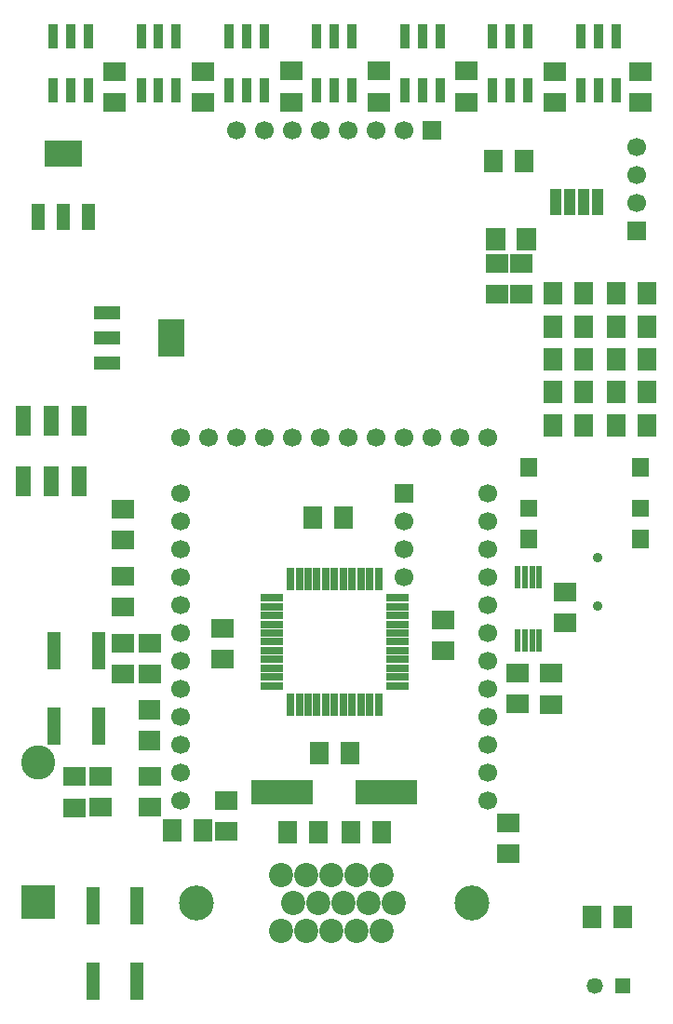
<source format=gbr>
G04 DipTrace Beta 2.3.9.1*
%INTopMask00metric.gbr*%
%MOMM*%
%ADD56C,0.9*%
%ADD57C,3.18*%
%ADD63R,5.7X2.2*%
%ADD65C,2.2*%
%ADD67R,0.911X2.232*%
%ADD69R,2.35X3.45*%
%ADD71R,2.35X1.15*%
%ADD73R,3.45X2.35*%
%ADD75R,1.15X2.35*%
%ADD77C,1.7*%
%ADD81R,1.1X2.4*%
%ADD82R,0.7X2.0*%
%ADD83R,1.6X1.5*%
%ADD85R,1.6X1.7*%
%ADD87R,0.6X2.0*%
%ADD89C,1.7*%
%ADD91R,1.7X1.7*%
%ADD93R,2.0X0.7*%
%ADD96R,1.4X2.7*%
%ADD104R,1.47X1.47*%
%ADD106C,1.47*%
%ADD108R,2.0X1.8*%
%ADD110R,1.8X2.0*%
%ADD112C,3.1*%
%ADD114R,3.1X3.1*%
%ADD116R,1.2X3.4*%
%FSLAX53Y53*%
G04*
G71*
G90*
G75*
G01*
%LNTopMask*%
%LPD*%
D116*
X8522Y34261D3*
X4522D3*
Y27461D3*
X8522D3*
D114*
X3052Y11437D3*
D112*
Y24137D3*
D116*
X12032Y11047D3*
X8032D3*
Y4247D3*
X12032D3*
D110*
X31402Y24957D3*
X28602D3*
X28012Y46347D3*
X30812D3*
D108*
X39892Y37047D3*
Y34247D3*
X19812Y33507D3*
Y36307D3*
D110*
X44475Y78854D3*
X47275D3*
D108*
X50962Y36837D3*
Y39637D3*
X44772Y66687D3*
Y69487D3*
X46992Y66687D3*
Y69487D3*
X33992Y86990D3*
Y84190D3*
X18012Y86980D3*
Y84180D3*
X42002Y86990D3*
Y84190D3*
X26042Y86990D3*
Y84190D3*
X50012Y86980D3*
Y84180D3*
X10022Y86980D3*
Y84180D3*
X57852Y86980D3*
Y84180D3*
D106*
X53705Y3837D3*
D104*
X56245D3*
D110*
X56235Y10050D3*
X53435D3*
D56*
X53948Y42707D3*
Y38307D3*
D108*
X49662Y29407D3*
Y32207D3*
X10762Y41077D3*
Y38277D3*
X46682Y29467D3*
Y32267D3*
X10762Y44367D3*
Y47167D3*
G36*
X43763Y70706D2*
X43761Y72706D1*
X45561Y72708D1*
X45563Y70708D1*
X43763Y70706D1*
G37*
G36*
X46563Y70709D2*
X46561Y72709D1*
X48361Y72710D1*
X48363Y70710D1*
X46563Y70709D1*
G37*
D110*
X55652Y54777D3*
X58452D3*
X52652D3*
X49852D3*
X55652Y57777D3*
X58452D3*
X52652D3*
X49852D3*
X55652Y66777D3*
X58452D3*
X52652Y60777D3*
X49852D3*
X55652Y63777D3*
X58452D3*
X52652D3*
X49852D3*
X55652Y60777D3*
X58452D3*
X52652Y66777D3*
X49852D3*
D108*
X45818Y15790D3*
Y18590D3*
X8752Y20014D3*
Y22814D3*
X6358Y20010D3*
Y22810D3*
X20135Y20687D3*
Y17887D3*
D110*
X15228Y17967D3*
X18028D3*
D108*
X13172Y22817D3*
Y20017D3*
G36*
X14175Y28007D2*
X12175D1*
Y29807D1*
X14175D1*
Y28007D1*
G37*
G36*
Y25207D2*
X12175D1*
Y27007D1*
X14175D1*
Y25207D1*
G37*
D110*
X25752Y17780D3*
X28552D3*
X34252Y17770D3*
X31452D3*
D108*
X10762Y34990D3*
Y32190D3*
X13178Y34994D3*
Y32194D3*
D96*
X6732Y49667D3*
X4232D3*
X1732D3*
Y55167D3*
X4232D3*
X6732D3*
D82*
X34002Y40787D3*
X33202D3*
X32402D3*
X31602D3*
X30802D3*
X30002D3*
X29202D3*
X28402D3*
X27602D3*
X26802D3*
X26002D3*
D93*
X24302Y39087D3*
Y38287D3*
Y37487D3*
Y36687D3*
Y35887D3*
Y35087D3*
Y34287D3*
Y33487D3*
Y32687D3*
Y31887D3*
Y31087D3*
D82*
X26002Y29387D3*
X26802D3*
X27602D3*
X28402D3*
X29202D3*
X30002D3*
X30802D3*
X31602D3*
X32402D3*
X33202D3*
X34002D3*
D93*
X35702Y31087D3*
Y31887D3*
Y32687D3*
Y33487D3*
Y34287D3*
Y35087D3*
Y35887D3*
Y36687D3*
Y37487D3*
Y38287D3*
Y39087D3*
D91*
X36352Y48607D3*
D89*
Y46067D3*
Y43527D3*
Y40987D3*
D87*
X48612Y40977D3*
X47962D3*
X47312D3*
X46662D3*
Y35177D3*
X47312D3*
X47962D3*
X48612D3*
D85*
X47652Y50957D3*
D83*
Y47247D3*
D85*
Y44457D3*
X57852D3*
D83*
Y47247D3*
D85*
Y50957D3*
D81*
X50102Y75067D3*
X51372D3*
X52642D3*
X53912D3*
D89*
X43972Y53667D3*
X41432D3*
X38892D3*
X36352D3*
X33812D3*
X31272D3*
X28732D3*
X26192D3*
X23652D3*
X21112D3*
X18572D3*
X16032D3*
D91*
X38892Y81607D3*
D77*
X36352D3*
X33812D3*
X31272D3*
X28732D3*
X26192D3*
X23652D3*
X21112D3*
D91*
X57452Y72497D3*
D89*
Y75037D3*
Y77577D3*
Y80117D3*
X16022Y48587D3*
Y46047D3*
Y43507D3*
Y40967D3*
Y38427D3*
Y35887D3*
D75*
X3022Y73712D3*
X5322D3*
X7622D3*
D73*
X5322Y79512D3*
D71*
X9312Y65022D3*
Y62722D3*
Y60422D3*
D69*
X15112Y62722D3*
D67*
X7602Y85226D3*
Y90126D3*
X6002D3*
Y85226D3*
X4402Y85238D3*
Y90126D3*
X15602Y85226D3*
Y90126D3*
X14002D3*
Y85226D3*
X12402Y85238D3*
Y90126D3*
X23602Y85226D3*
Y90126D3*
X22002D3*
Y85226D3*
X20402Y85238D3*
Y90126D3*
X31602Y85226D3*
Y90126D3*
X30002D3*
Y85226D3*
X28402Y85238D3*
Y90126D3*
X39602Y85226D3*
Y90126D3*
X38002D3*
Y85226D3*
X36402Y85238D3*
Y90126D3*
X47602Y85226D3*
Y90126D3*
X46002D3*
Y85226D3*
X44402Y85238D3*
Y90126D3*
X55602Y85226D3*
Y90126D3*
X54002D3*
Y85226D3*
X52402Y85238D3*
Y90126D3*
D89*
X16032Y33347D3*
Y30807D3*
Y28267D3*
Y25727D3*
Y23187D3*
Y20647D3*
X43972Y20667D3*
Y23207D3*
Y25747D3*
Y28287D3*
Y30827D3*
Y33367D3*
Y35907D3*
Y38447D3*
Y40987D3*
Y43527D3*
Y46067D3*
Y48607D3*
D65*
X25112Y8817D3*
X27402D3*
X29692D3*
X31982D3*
X34272D3*
X35423Y11357D3*
X33133D3*
X30843D3*
X28553D3*
X26263D3*
X25112Y13897D3*
X27402D3*
X29692D3*
X31982D3*
X34272D3*
D57*
X17467Y11355D3*
X42460Y11357D3*
D63*
X34752Y21387D3*
X25252D3*
M02*

</source>
